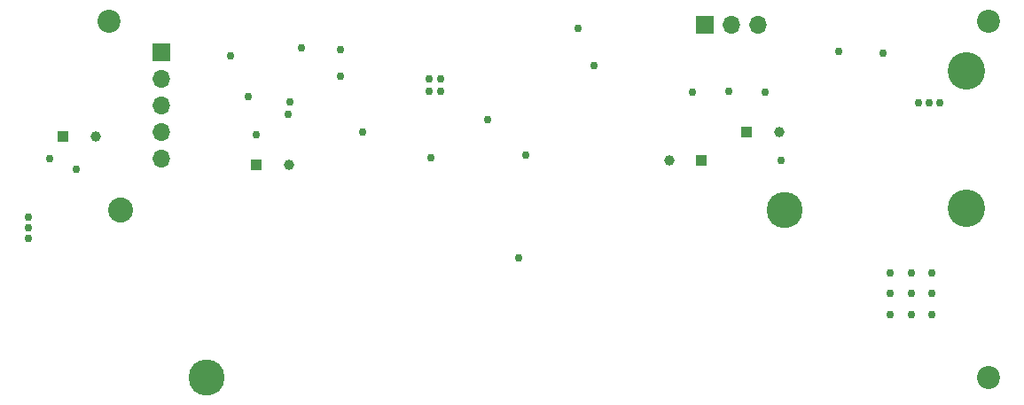
<source format=gbr>
%TF.GenerationSoftware,KiCad,Pcbnew,7.0.10*%
%TF.CreationDate,2025-04-28T11:59:33+02:00*%
%TF.ProjectId,projekt,70726f6a-656b-4742-9e6b-696361645f70,rev?*%
%TF.SameCoordinates,Original*%
%TF.FileFunction,Soldermask,Bot*%
%TF.FilePolarity,Negative*%
%FSLAX46Y46*%
G04 Gerber Fmt 4.6, Leading zero omitted, Abs format (unit mm)*
G04 Created by KiCad (PCBNEW 7.0.10) date 2025-04-28 11:59:33*
%MOMM*%
%LPD*%
G01*
G04 APERTURE LIST*
%ADD10C,2.390000*%
%ADD11C,3.450000*%
%ADD12R,1.000000X1.000000*%
%ADD13R,1.700000X1.700000*%
%ADD14O,1.700000X1.700000*%
%ADD15C,2.200000*%
%ADD16C,1.000000*%
%ADD17C,3.580000*%
%ADD18C,0.750000*%
G04 APERTURE END LIST*
D10*
%TO.C,BT1*%
X134115000Y-81000000D03*
D11*
X142335000Y-97000000D03*
X197535000Y-81000000D03*
%TD*%
D12*
%TO.C,TP4*%
X193900000Y-73600000D03*
%TD*%
D13*
%TO.C,J2*%
X189900000Y-63300000D03*
D14*
X192440000Y-63300000D03*
X194980000Y-63300000D03*
%TD*%
D12*
%TO.C,TP1*%
X147100000Y-76700000D03*
%TD*%
D13*
%TO.C,J1*%
X138000000Y-65925000D03*
D14*
X138000000Y-68465000D03*
X138000000Y-71005000D03*
X138000000Y-73545000D03*
X138000000Y-76085000D03*
%TD*%
D15*
%TO.C,H2*%
X217000000Y-63000000D03*
%TD*%
D12*
%TO.C,TP3*%
X189600000Y-76300000D03*
%TD*%
D16*
%TO.C,TP7*%
X186500000Y-76300000D03*
%TD*%
%TO.C,TP8*%
X197000000Y-73600000D03*
%TD*%
%TO.C,TP5*%
X150200000Y-76700000D03*
%TD*%
D15*
%TO.C,H3*%
X217000000Y-97000000D03*
%TD*%
D16*
%TO.C,TP6*%
X131700000Y-74000000D03*
%TD*%
D17*
%TO.C,J4*%
X214915000Y-80835250D03*
X214915000Y-67695250D03*
%TD*%
D12*
%TO.C,TP2*%
X128600000Y-74000000D03*
%TD*%
D15*
%TO.C,H1*%
X133000000Y-63000000D03*
%TD*%
D18*
X172100000Y-85600000D03*
X163600000Y-69700000D03*
X155100000Y-68200000D03*
X147100000Y-73800000D03*
X155100000Y-65700000D03*
X197200000Y-76300000D03*
X206900000Y-66000000D03*
X212300000Y-70800000D03*
X163750000Y-76050000D03*
X157200000Y-73600000D03*
X211300000Y-70800000D03*
X195700000Y-69800000D03*
X150300000Y-70700000D03*
X210300000Y-70800000D03*
X188700000Y-69800000D03*
X151400000Y-65500000D03*
X164700000Y-69700000D03*
X177800000Y-63700000D03*
X127300000Y-76100000D03*
X211600000Y-89000000D03*
X129900000Y-77100000D03*
X192200000Y-69700000D03*
X211600000Y-91000000D03*
X209600000Y-91000000D03*
X125300000Y-83700000D03*
X202700000Y-65900000D03*
X211600000Y-87000000D03*
X207600000Y-89000000D03*
X179300000Y-67200000D03*
X207600000Y-91000000D03*
X146300000Y-70200000D03*
X209600000Y-87000000D03*
X209600000Y-89000000D03*
X163600000Y-68500000D03*
X164700000Y-68500000D03*
X125300000Y-81700000D03*
X144600000Y-66300000D03*
X150100000Y-71900000D03*
X207600000Y-87000000D03*
X172800000Y-75800000D03*
X169200000Y-72400000D03*
X125300000Y-82700000D03*
M02*

</source>
